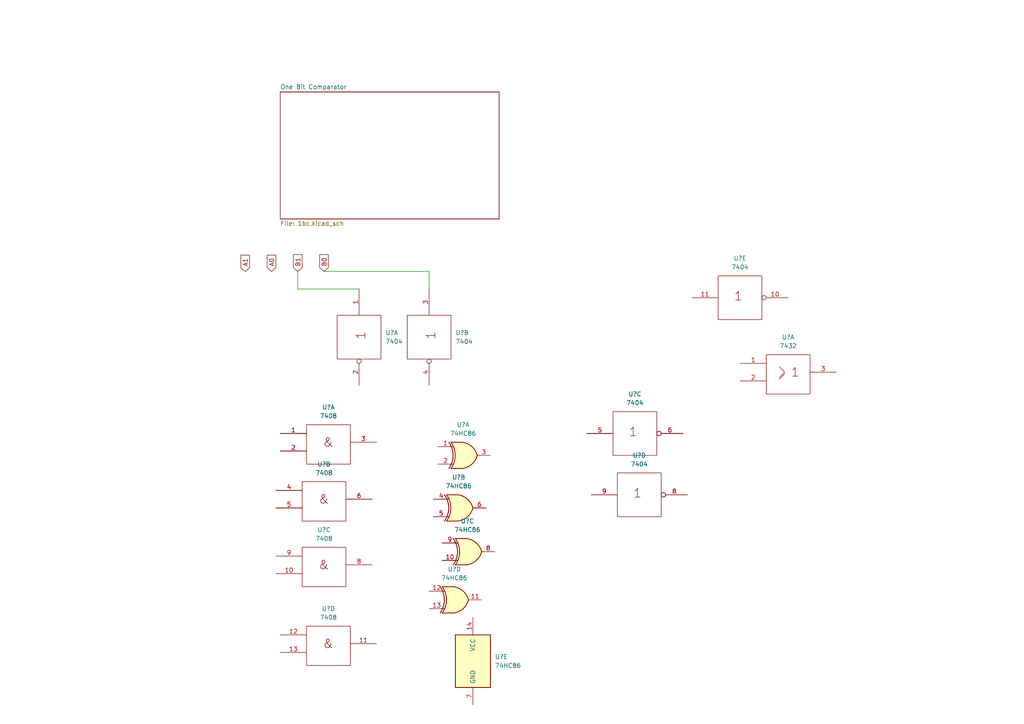
<source format=kicad_sch>
(kicad_sch (version 20211123) (generator eeschema)
  (paper "A4")
  (lib_symbols
    (symbol "74xx:74HC86" (pin_names (offset 1.016))
      (property "Reference" "U" (at 0 1.27 0))
      (property "Value" "74HC86" (at 0 -1.27 0))
      (symbol "74HC86_1_0"
        (arc (start -4.4196 -3.81) (mid -3.2033 0) (end -4.4196 3.81) (stroke (width 0.254)))
        (arc (start -3.81 -3.81) (mid -2.589 0) (end -3.81 3.81) (stroke (width 0.254)))
        (arc (start -0.6096 -3.81) (mid 2.1842 -2.5851) (end 3.81 0) (stroke (width 0.254)) (fill (type background)))
        (polyline (pts (xy -3.81 -3.81) (xy -0.635 -3.81)) (stroke (width 0.254)) (fill (type background)))
        (polyline (pts (xy -3.81 3.81) (xy -0.635 3.81)) (stroke (width 0.254)) (fill (type background)))
        (polyline (pts (xy -0.635 3.81) (xy -3.81 3.81) (xy -3.81 3.81) (xy -3.556 3.4036) (xy -3.0226 2.2606) (xy -2.6924 1.0414) (xy -2.6162 -0.254) (xy -2.7686 -1.4986) (xy -3.175 -2.7178) (xy -3.81 -3.81) (xy -3.81 -3.81) (xy -0.635 -3.81)) (stroke (width -25.4)) (fill (type background)))
        (arc (start 3.81 0) (mid 2.1915 2.5936) (end -0.6096 3.81) (stroke (width 0.254)) (fill (type background)))
        (pin input line (at -7.62 2.54 0) (length 4.445) (name "~") (number "1"))
        (pin input line (at -7.62 -2.54 0) (length 4.445) (name "~") (number "2"))
        (pin output line (at 7.62 0 180) (length 3.81) (name "~") (number "3"))
      )
      (symbol "74HC86_1_1"
        (polyline (pts (xy -3.81 -2.54) (xy -3.175 -2.54)) (stroke (width 0.1524)))
        (polyline (pts (xy -3.81 2.54) (xy -3.175 2.54)) (stroke (width 0.1524)))
      )
      (symbol "74HC86_2_0"
        (arc (start -4.4196 -3.81) (mid -3.2033 0) (end -4.4196 3.81) (stroke (width 0.254)))
        (arc (start -3.81 -3.81) (mid -2.589 0) (end -3.81 3.81) (stroke (width 0.254)))
        (arc (start -0.6096 -3.81) (mid 2.1842 -2.5851) (end 3.81 0) (stroke (width 0.254)) (fill (type background)))
        (polyline (pts (xy -3.81 -3.81) (xy -0.635 -3.81)) (stroke (width 0.254)) (fill (type background)))
        (polyline (pts (xy -3.81 3.81) (xy -0.635 3.81)) (stroke (width 0.254)) (fill (type background)))
        (polyline (pts (xy -0.635 3.81) (xy -3.81 3.81) (xy -3.81 3.81) (xy -3.556 3.4036) (xy -3.0226 2.2606) (xy -2.6924 1.0414) (xy -2.6162 -0.254) (xy -2.7686 -1.4986) (xy -3.175 -2.7178) (xy -3.81 -3.81) (xy -3.81 -3.81) (xy -0.635 -3.81)) (stroke (width -25.4)) (fill (type background)))
        (arc (start 3.81 0) (mid 2.1915 2.5936) (end -0.6096 3.81) (stroke (width 0.254)) (fill (type background)))
        (pin input line (at -7.62 2.54 0) (length 4.445) (name "~") (number "4"))
        (pin input line (at -7.62 -2.54 0) (length 4.445) (name "~") (number "5"))
        (pin output line (at 7.62 0 180) (length 3.81) (name "~") (number "6"))
      )
      (symbol "74HC86_2_1"
        (polyline (pts (xy -3.81 -2.54) (xy -3.175 -2.54)) (stroke (width 0.1524)))
        (polyline (pts (xy -3.81 2.54) (xy -3.175 2.54)) (stroke (width 0.1524)))
      )
      (symbol "74HC86_3_0"
        (arc (start -4.4196 -3.81) (mid -3.2033 0) (end -4.4196 3.81) (stroke (width 0.254)))
        (arc (start -3.81 -3.81) (mid -2.589 0) (end -3.81 3.81) (stroke (width 0.254)))
        (arc (start -0.6096 -3.81) (mid 2.1842 -2.5851) (end 3.81 0) (stroke (width 0.254)) (fill (type background)))
        (polyline (pts (xy -3.81 -3.81) (xy -0.635 -3.81)) (stroke (width 0.254)) (fill (type background)))
        (polyline (pts (xy -3.81 3.81) (xy -0.635 3.81)) (stroke (width 0.254)) (fill (type background)))
        (polyline (pts (xy -0.635 3.81) (xy -3.81 3.81) (xy -3.81 3.81) (xy -3.556 3.4036) (xy -3.0226 2.2606) (xy -2.6924 1.0414) (xy -2.6162 -0.254) (xy -2.7686 -1.4986) (xy -3.175 -2.7178) (xy -3.81 -3.81) (xy -3.81 -3.81) (xy -0.635 -3.81)) (stroke (width -25.4)) (fill (type background)))
        (arc (start 3.81 0) (mid 2.1915 2.5936) (end -0.6096 3.81) (stroke (width 0.254)) (fill (type background)))
        (pin input line (at -7.62 -2.54 0) (length 4.445) (name "~") (number "10"))
        (pin output line (at 7.62 0 180) (length 3.81) (name "~") (number "8"))
        (pin input line (at -7.62 2.54 0) (length 4.445) (name "~") (number "9"))
      )
      (symbol "74HC86_3_1"
        (polyline (pts (xy -3.81 -2.54) (xy -3.175 -2.54)) (stroke (width 0.1524)))
        (polyline (pts (xy -3.81 2.54) (xy -3.175 2.54)) (stroke (width 0.1524)))
      )
      (symbol "74HC86_4_0"
        (arc (start -4.4196 -3.81) (mid -3.2033 0) (end -4.4196 3.81) (stroke (width 0.254)))
        (arc (start -3.81 -3.81) (mid -2.589 0) (end -3.81 3.81) (stroke (width 0.254)))
        (arc (start -0.6096 -3.81) (mid 2.1842 -2.5851) (end 3.81 0) (stroke (width 0.254)) (fill (type background)))
        (polyline (pts (xy -3.81 -3.81) (xy -0.635 -3.81)) (stroke (width 0.254)) (fill (type background)))
        (polyline (pts (xy -3.81 3.81) (xy -0.635 3.81)) (stroke (width 0.254)) (fill (type background)))
        (polyline (pts (xy -0.635 3.81) (xy -3.81 3.81) (xy -3.81 3.81) (xy -3.556 3.4036) (xy -3.0226 2.2606) (xy -2.6924 1.0414) (xy -2.6162 -0.254) (xy -2.7686 -1.4986) (xy -3.175 -2.7178) (xy -3.81 -3.81) (xy -3.81 -3.81) (xy -0.635 -3.81)) (stroke (width -25.4)) (fill (type background)))
        (arc (start 3.81 0) (mid 2.1915 2.5936) (end -0.6096 3.81) (stroke (width 0.254)) (fill (type background)))
        (pin output line (at 7.62 0 180) (length 3.81) (name "~") (number "11"))
        (pin input line (at -7.62 2.54 0) (length 4.445) (name "~") (number "12"))
        (pin input line (at -7.62 -2.54 0) (length 4.445) (name "~") (number "13"))
      )
      (symbol "74HC86_4_1"
        (polyline (pts (xy -3.81 -2.54) (xy -3.175 -2.54)) (stroke (width 0.1524)))
        (polyline (pts (xy -3.81 2.54) (xy -3.175 2.54)) (stroke (width 0.1524)))
      )
      (symbol "74HC86_5_0"
        (pin power_in line (at 0 12.7 270) (length 5.08) (name "VCC") (number "14"))
        (pin power_in line (at 0 -12.7 90) (length 5.08) (name "GND") (number "7"))
      )
      (symbol "74HC86_5_1"
        (rectangle (start -5.08 7.62) (end 5.08 -7.62) (stroke (width 0.254)) (fill (type background)))
      )
    )
    (symbol "74xx_IEEE:7404" (pin_names (offset 0.762))
      (property "Reference" "U" (at 5.08 7.62 0))
      (property "Value" "7404" (at 3.81 -8.89 0))
      (symbol "7404_0_0"
        (text "1" (at -0.508 0.508 0) (effects (font (size 2.54 2.54))))
      )
      (symbol "7404_0_1"
        (rectangle (start -6.35 6.35) (end 6.35 -6.35))
        (pin power_in line (at 0 6.35 270) (length 0) hide (name "Vcc") (number "14"))
        (pin power_in line (at 0 -6.35 90) (length 0) hide (name "Gnd") (number "7"))
      )
      (symbol "7404_1_1"
        (pin input line (at -13.97 0 0) (length 7.62) (name "~") (number "1"))
        (pin input inverted (at 13.97 0 180) (length 7.62) (name "~") (number "2"))
      )
      (symbol "7404_2_1"
        (pin input line (at -13.97 0 0) (length 7.62) (name "~") (number "3"))
        (pin input inverted (at 13.97 0 180) (length 7.62) (name "~") (number "4"))
      )
      (symbol "7404_3_1"
        (pin input line (at -13.97 0 0) (length 7.62) (name "~") (number "5"))
        (pin input inverted (at 13.97 0 180) (length 7.62) (name "~") (number "6"))
      )
      (symbol "7404_4_1"
        (pin input inverted (at 13.97 0 180) (length 7.62) (name "~") (number "8"))
        (pin input line (at -13.97 0 0) (length 7.62) (name "~") (number "9"))
      )
      (symbol "7404_5_1"
        (pin input inverted (at 13.97 0 180) (length 7.62) (name "~") (number "10"))
        (pin input line (at -13.97 0 0) (length 7.62) (name "~") (number "11"))
      )
      (symbol "7404_6_1"
        (pin input inverted (at 13.97 0 180) (length 7.62) (name "~") (number "12"))
        (pin input line (at -13.97 0 0) (length 7.62) (name "~") (number "13"))
      )
    )
    (symbol "74xx_IEEE:7408" (pin_names (offset 0.762))
      (property "Reference" "U" (at 2.54 7.62 0))
      (property "Value" "7408" (at 3.81 -8.89 0))
      (symbol "7408_0_1"
        (rectangle (start -6.35 5.08) (end 6.35 -6.35))
        (text "&" (at 0 0 0) (effects (font (size 2.54 2.54))))
        (pin power_in line (at 0 5.08 270) (length 0) hide (name "Vcc") (number "14"))
        (pin power_in line (at 0 -6.35 90) (length 0) hide (name "Gnd") (number "7"))
      )
      (symbol "7408_1_1"
        (pin input line (at -13.97 2.54 0) (length 7.62) (name "~") (number "1"))
        (pin input line (at -13.97 -2.54 0) (length 7.62) (name "~") (number "2"))
        (pin output line (at 13.97 0 180) (length 7.62) (name "~") (number "3"))
      )
      (symbol "7408_2_1"
        (pin input line (at -13.97 2.54 0) (length 7.62) (name "~") (number "4"))
        (pin input line (at -13.97 -2.54 0) (length 7.62) (name "~") (number "5"))
        (pin input line (at 13.97 0 180) (length 7.62) (name "~") (number "6"))
      )
      (symbol "7408_3_1"
        (pin input line (at -13.97 -2.54 0) (length 7.62) (name "~") (number "10"))
        (pin input line (at 13.97 0 180) (length 7.62) (name "~") (number "8"))
        (pin input line (at -13.97 2.54 0) (length 7.62) (name "~") (number "9"))
      )
      (symbol "7408_4_1"
        (pin input line (at 13.97 0 180) (length 7.62) (name "~") (number "11"))
        (pin input line (at -13.97 2.54 0) (length 7.62) (name "~") (number "12"))
        (pin input line (at -13.97 -2.54 0) (length 7.62) (name "~") (number "13"))
      )
    )
    (symbol "74xx_IEEE:7432" (pin_names (offset 0.762))
      (property "Reference" "U" (at 2.54 6.35 0))
      (property "Value" "7432" (at 3.81 -7.62 0))
      (symbol "7432_0_1"
        (rectangle (start -6.35 5.08) (end 6.35 -6.35))
        (polyline (pts (xy -2.54 -2.032) (xy -1.016 -0.508) (xy -1.016 -0.508)))
        (polyline (pts (xy -2.54 1.524) (xy -2.54 1.524) (xy -1.016 0) (xy -2.54 -1.524) (xy -2.54 -1.524)))
        (text "1" (at 2.032 0 0) (effects (font (size 2.54 2.54))))
        (pin power_in line (at 0 5.08 270) (length 0) hide (name "Vcc") (number "14"))
        (pin power_in line (at 0 -6.35 90) (length 0) hide (name "Gnd") (number "7"))
      )
      (symbol "7432_1_1"
        (pin input line (at -13.97 2.54 0) (length 7.62) (name "~") (number "1"))
        (pin input line (at -13.97 -2.54 0) (length 7.62) (name "~") (number "2"))
        (pin output line (at 13.97 0 180) (length 7.62) (name "~") (number "3"))
      )
      (symbol "7432_2_1"
        (pin input line (at -13.97 2.54 0) (length 7.62) (name "~") (number "4"))
        (pin input line (at -13.97 -2.54 0) (length 7.62) (name "~") (number "5"))
        (pin output line (at 13.97 0 180) (length 7.62) (name "~") (number "6"))
      )
      (symbol "7432_3_1"
        (pin input line (at -13.97 -2.54 0) (length 7.62) (name "~") (number "10"))
        (pin output line (at 13.97 0 180) (length 7.62) (name "~") (number "8"))
        (pin input line (at -13.97 2.54 0) (length 7.62) (name "~") (number "9"))
      )
      (symbol "7432_4_1"
        (pin output line (at 13.97 0 180) (length 7.62) (name "~") (number "11"))
        (pin input line (at -13.97 2.54 0) (length 7.62) (name "~") (number "12"))
        (pin input line (at -13.97 -2.54 0) (length 7.62) (name "~") (number "13"))
      )
    )
  )
  (wire (pts (xy 93.98 78.74) (xy 124.46 78.74)))
  (wire (pts (xy 86.36 83.82) (xy 104.14 83.82)))
  (wire (pts (xy 124.46 78.74) (xy 124.46 83.82)))
  (wire (pts (xy 86.36 78.74) (xy 86.36 83.82)))
  (global_label "A1" (shape input) (at 71.12 78.74 90) (property "Intersheet References" "${INTERSHEET_REFS}" (effects hide)))
  (global_label "B0" (shape input) (at 93.98 78.74 90) (property "Intersheet References" "${INTERSHEET_REFS}" (effects hide)))
  (global_label "A0" (shape input) (at 78.74 78.74 90) (property "Intersheet References" "${INTERSHEET_REFS}" (effects hide)))
  (global_label "B1" (shape input) (at 86.36 78.74 90) (property "Intersheet References" "${INTERSHEET_REFS}" (effects hide)))
  (symbol (lib_id "74xx:74HC86") (at 132.08 173.99 0) (unit 4)
    (property "Reference" "U?" (at 131.7752 165.1 0))
    (property "Value" "74HC86" (at 131.7752 167.64 0))
    (property "Datasheet" "http://www.ti.com/lit/gpn/sn74HC86" (effects hide))
  )
  (symbol (lib_id "74xx_IEEE:7404") (at 185.42 143.51 0) (unit 4)
    (property "Reference" "U?" (at 185.42 132.08 0))
    (property "Value" "7404" (at 185.42 134.62 0))
  )
  (symbol (lib_id "74xx_IEEE:7432") (at 228.6 107.95 0) (unit 1)
    (property "Reference" "U?" (at 228.6 97.79 0))
    (property "Value" "7432" (at 228.6 100.33 0))
  )
  (symbol (lib_id "74xx_IEEE:7408") (at 93.98 144.78 0) (unit 2)
    (property "Reference" "U?" (at 93.98 134.62 0))
    (property "Value" "7408" (at 93.98 137.16 0))
  )
  (symbol (lib_id "74xx:74HC86") (at 134.62 132.08 0) (unit 1)
    (property "Reference" "U?" (at 134.3152 123.19 0))
    (property "Value" "74HC86" (at 134.3152 125.73 0))
    (property "Datasheet" "http://www.ti.com/lit/gpn/sn74HC86" (effects hide))
  )
  (symbol (lib_id "74xx_IEEE:7404") (at 214.63 86.36 0) (unit 5)
    (property "Reference" "U?" (at 214.63 74.93 0))
    (property "Value" "7404" (at 214.63 77.47 0))
  )
  (symbol (lib_id "74xx:74HC86") (at 137.16 191.77 0) (unit 5)
    (property "Reference" "U?" (at 143.51 190.4999 0) (effects (justify left)))
    (property "Value" "74HC86" (at 143.51 193.0399 0) (effects (justify left)))
    (property "Datasheet" "http://www.ti.com/lit/gpn/sn74HC86" (effects hide))
  )
  (symbol (lib_id "74xx:74HC86") (at 135.89 160.02 0) (unit 3)
    (property "Reference" "U?" (at 135.5852 151.13 0))
    (property "Value" "74HC86" (at 135.5852 153.67 0))
    (property "Datasheet" "http://www.ti.com/lit/gpn/sn74HC86" (effects hide))
  )
  (symbol (lib_id "74xx_IEEE:7404") (at 104.14 97.79 270) (unit 1)
    (property "Reference" "U?" (at 111.76 96.5199 90) (effects (justify left)))
    (property "Value" "7404" (at 111.76 99.0599 90) (effects (justify left)))
  )
  (symbol (lib_id "74xx_IEEE:7404") (at 124.46 97.79 270) (unit 2)
    (property "Reference" "U?" (at 132.08 96.5199 90) (effects (justify left)))
    (property "Value" "7404" (at 132.08 99.0599 90) (effects (justify left)))
  )
  (symbol (lib_id "74xx_IEEE:7404") (at 184.15 125.73 0) (unit 3)
    (property "Reference" "U?" (at 184.15 114.3 0))
    (property "Value" "7404" (at 184.15 116.84 0))
  )
  (symbol (lib_id "74xx_IEEE:7408") (at 95.25 128.27 0) (unit 1)
    (property "Reference" "U?" (at 95.25 118.11 0))
    (property "Value" "7408" (at 95.25 120.65 0))
  )
  (symbol (lib_id "74xx_IEEE:7408") (at 93.98 163.83 0) (unit 3)
    (property "Reference" "U?" (at 93.98 153.67 0))
    (property "Value" "7408" (at 93.98 156.21 0))
  )
  (symbol (lib_id "74xx_IEEE:7408") (at 95.25 186.69 0) (unit 4)
    (property "Reference" "U?" (at 95.25 176.53 0))
    (property "Value" "7408" (at 95.25 179.07 0))
  )
  (symbol (lib_id "74xx:74HC86") (at 133.35 147.32 0) (unit 2)
    (property "Reference" "U?" (at 133.0452 138.43 0))
    (property "Value" "74HC86" (at 133.0452 140.97 0))
    (property "Datasheet" "http://www.ti.com/lit/gpn/sn74HC86" (effects hide))
  )
  (sheet (at 81.28 26.67) (size 63.5 36.83) (stroke (width 0.1524))
    (property "Sheet name" "One Bit Comparator" (at 81.28 25.9584 0) (effects (justify left bottom)))
    (property "Sheet file" "1bc.kicad_sch" (at 81.28 64.0846 0) (effects (justify left top)))
  )
)
</source>
